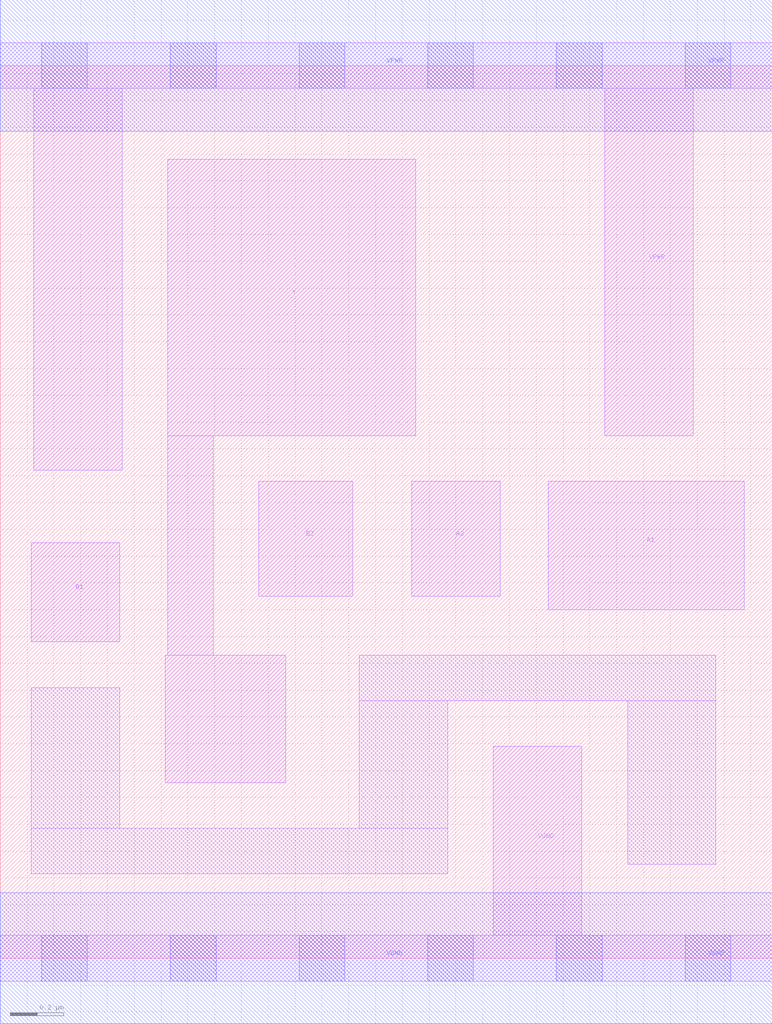
<source format=lef>
# Copyright 2020 The SkyWater PDK Authors
#
# Licensed under the Apache License, Version 2.0 (the "License");
# you may not use this file except in compliance with the License.
# You may obtain a copy of the License at
#
#     https://www.apache.org/licenses/LICENSE-2.0
#
# Unless required by applicable law or agreed to in writing, software
# distributed under the License is distributed on an "AS IS" BASIS,
# WITHOUT WARRANTIES OR CONDITIONS OF ANY KIND, either express or implied.
# See the License for the specific language governing permissions and
# limitations under the License.
#
# SPDX-License-Identifier: Apache-2.0

VERSION 5.7 ;
  NAMESCASESENSITIVE ON ;
  NOWIREEXTENSIONATPIN ON ;
  DIVIDERCHAR "/" ;
  BUSBITCHARS "[]" ;
UNITS
  DATABASE MICRONS 200 ;
END UNITS
MACRO sky130_fd_sc_hs__o22ai_1
  CLASS CORE ;
  SOURCE USER ;
  FOREIGN sky130_fd_sc_hs__o22ai_1 ;
  ORIGIN  0.000000  0.000000 ;
  SIZE  2.880000 BY  3.330000 ;
  SYMMETRY X Y ;
  SITE unit ;
  PIN A1
    ANTENNAGATEAREA  0.279000 ;
    DIRECTION INPUT ;
    USE SIGNAL ;
    PORT
      LAYER li1 ;
        RECT 2.045000 1.300000 2.775000 1.780000 ;
    END
  END A1
  PIN A2
    ANTENNAGATEAREA  0.279000 ;
    DIRECTION INPUT ;
    USE SIGNAL ;
    PORT
      LAYER li1 ;
        RECT 1.535000 1.350000 1.865000 1.780000 ;
    END
  END A2
  PIN B1
    ANTENNAGATEAREA  0.279000 ;
    DIRECTION INPUT ;
    USE SIGNAL ;
    PORT
      LAYER li1 ;
        RECT 0.115000 1.180000 0.445000 1.550000 ;
    END
  END B1
  PIN B2
    ANTENNAGATEAREA  0.279000 ;
    DIRECTION INPUT ;
    USE SIGNAL ;
    PORT
      LAYER li1 ;
        RECT 0.965000 1.350000 1.315000 1.780000 ;
    END
  END B2
  PIN Y
    ANTENNADIFFAREA  0.895900 ;
    DIRECTION OUTPUT ;
    USE SIGNAL ;
    PORT
      LAYER li1 ;
        RECT 0.615000 0.655000 1.065000 1.130000 ;
        RECT 0.625000 1.130000 0.795000 1.950000 ;
        RECT 0.625000 1.950000 1.550000 2.980000 ;
    END
  END Y
  PIN VGND
    DIRECTION INOUT ;
    USE GROUND ;
    PORT
      LAYER li1 ;
        RECT 0.000000 -0.085000 2.880000 0.085000 ;
        RECT 1.840000  0.085000 2.170000 0.790000 ;
      LAYER mcon ;
        RECT 0.155000 -0.085000 0.325000 0.085000 ;
        RECT 0.635000 -0.085000 0.805000 0.085000 ;
        RECT 1.115000 -0.085000 1.285000 0.085000 ;
        RECT 1.595000 -0.085000 1.765000 0.085000 ;
        RECT 2.075000 -0.085000 2.245000 0.085000 ;
        RECT 2.555000 -0.085000 2.725000 0.085000 ;
      LAYER met1 ;
        RECT 0.000000 -0.245000 2.880000 0.245000 ;
    END
  END VGND
  PIN VPWR
    DIRECTION INOUT ;
    USE POWER ;
    PORT
      LAYER li1 ;
        RECT 0.000000 3.245000 2.880000 3.415000 ;
        RECT 0.125000 1.820000 0.455000 3.245000 ;
        RECT 2.255000 1.950000 2.585000 3.245000 ;
      LAYER mcon ;
        RECT 0.155000 3.245000 0.325000 3.415000 ;
        RECT 0.635000 3.245000 0.805000 3.415000 ;
        RECT 1.115000 3.245000 1.285000 3.415000 ;
        RECT 1.595000 3.245000 1.765000 3.415000 ;
        RECT 2.075000 3.245000 2.245000 3.415000 ;
        RECT 2.555000 3.245000 2.725000 3.415000 ;
      LAYER met1 ;
        RECT 0.000000 3.085000 2.880000 3.575000 ;
    END
  END VPWR
  OBS
    LAYER li1 ;
      RECT 0.115000 0.315000 1.670000 0.485000 ;
      RECT 0.115000 0.485000 0.445000 1.010000 ;
      RECT 1.340000 0.485000 1.670000 0.960000 ;
      RECT 1.340000 0.960000 2.670000 1.130000 ;
      RECT 2.340000 0.350000 2.670000 0.960000 ;
  END
END sky130_fd_sc_hs__o22ai_1

</source>
